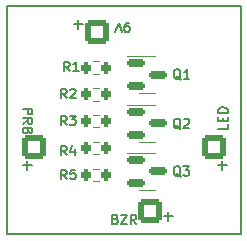
<source format=gto>
G04 #@! TF.GenerationSoftware,KiCad,Pcbnew,7.0.7-7.0.7~ubuntu22.04.1*
G04 #@! TF.CreationDate,2023-08-27T15:16:43-06:00*
G04 #@! TF.ProjectId,Dog Low Water Sensor SMD,446f6720-4c6f-4772-9057-617465722053,rev?*
G04 #@! TF.SameCoordinates,Original*
G04 #@! TF.FileFunction,Legend,Top*
G04 #@! TF.FilePolarity,Positive*
%FSLAX46Y46*%
G04 Gerber Fmt 4.6, Leading zero omitted, Abs format (unit mm)*
G04 Created by KiCad (PCBNEW 7.0.7-7.0.7~ubuntu22.04.1) date 2023-08-27 15:16:43*
%MOMM*%
%LPD*%
G01*
G04 APERTURE LIST*
G04 Aperture macros list*
%AMRoundRect*
0 Rectangle with rounded corners*
0 $1 Rounding radius*
0 $2 $3 $4 $5 $6 $7 $8 $9 X,Y pos of 4 corners*
0 Add a 4 corners polygon primitive as box body*
4,1,4,$2,$3,$4,$5,$6,$7,$8,$9,$2,$3,0*
0 Add four circle primitives for the rounded corners*
1,1,$1+$1,$2,$3*
1,1,$1+$1,$4,$5*
1,1,$1+$1,$6,$7*
1,1,$1+$1,$8,$9*
0 Add four rect primitives between the rounded corners*
20,1,$1+$1,$2,$3,$4,$5,0*
20,1,$1+$1,$4,$5,$6,$7,0*
20,1,$1+$1,$6,$7,$8,$9,0*
20,1,$1+$1,$8,$9,$2,$3,0*%
G04 Aperture macros list end*
%ADD10C,0.150000*%
%ADD11C,0.120000*%
%ADD12RoundRect,0.150000X-0.587500X-0.150000X0.587500X-0.150000X0.587500X0.150000X-0.587500X0.150000X0*%
%ADD13RoundRect,0.200000X-0.200000X-0.275000X0.200000X-0.275000X0.200000X0.275000X-0.200000X0.275000X0*%
%ADD14RoundRect,0.250000X0.750000X-0.750000X0.750000X0.750000X-0.750000X0.750000X-0.750000X-0.750000X0*%
%ADD15C,2.000000*%
%ADD16RoundRect,0.250000X0.750000X0.750000X-0.750000X0.750000X-0.750000X-0.750000X0.750000X-0.750000X0*%
%ADD17RoundRect,0.250000X-0.750000X-0.750000X0.750000X-0.750000X0.750000X0.750000X-0.750000X0.750000X0*%
%ADD18C,2.500000*%
G04 APERTURE END LIST*
D10*
X139446000Y-70358000D02*
X159258000Y-70358000D01*
X159258000Y-89662000D01*
X139446000Y-89662000D01*
X139446000Y-70358000D01*
X154174642Y-76566003D02*
X154098452Y-76527908D01*
X154098452Y-76527908D02*
X154022261Y-76451718D01*
X154022261Y-76451718D02*
X153907975Y-76337432D01*
X153907975Y-76337432D02*
X153831785Y-76299337D01*
X153831785Y-76299337D02*
X153755594Y-76299337D01*
X153793690Y-76489813D02*
X153717499Y-76451718D01*
X153717499Y-76451718D02*
X153641309Y-76375527D01*
X153641309Y-76375527D02*
X153603213Y-76223146D01*
X153603213Y-76223146D02*
X153603213Y-75956479D01*
X153603213Y-75956479D02*
X153641309Y-75804098D01*
X153641309Y-75804098D02*
X153717499Y-75727908D01*
X153717499Y-75727908D02*
X153793690Y-75689813D01*
X153793690Y-75689813D02*
X153946071Y-75689813D01*
X153946071Y-75689813D02*
X154022261Y-75727908D01*
X154022261Y-75727908D02*
X154098452Y-75804098D01*
X154098452Y-75804098D02*
X154136547Y-75956479D01*
X154136547Y-75956479D02*
X154136547Y-76223146D01*
X154136547Y-76223146D02*
X154098452Y-76375527D01*
X154098452Y-76375527D02*
X154022261Y-76451718D01*
X154022261Y-76451718D02*
X153946071Y-76489813D01*
X153946071Y-76489813D02*
X153793690Y-76489813D01*
X154898451Y-76489813D02*
X154441308Y-76489813D01*
X154669880Y-76489813D02*
X154669880Y-75689813D01*
X154669880Y-75689813D02*
X154593689Y-75804098D01*
X154593689Y-75804098D02*
X154517499Y-75880289D01*
X154517499Y-75880289D02*
X154441308Y-75918384D01*
X154159993Y-84781986D02*
X154083803Y-84743891D01*
X154083803Y-84743891D02*
X154007612Y-84667701D01*
X154007612Y-84667701D02*
X153893326Y-84553415D01*
X153893326Y-84553415D02*
X153817136Y-84515320D01*
X153817136Y-84515320D02*
X153740945Y-84515320D01*
X153779041Y-84705796D02*
X153702850Y-84667701D01*
X153702850Y-84667701D02*
X153626660Y-84591510D01*
X153626660Y-84591510D02*
X153588564Y-84439129D01*
X153588564Y-84439129D02*
X153588564Y-84172462D01*
X153588564Y-84172462D02*
X153626660Y-84020081D01*
X153626660Y-84020081D02*
X153702850Y-83943891D01*
X153702850Y-83943891D02*
X153779041Y-83905796D01*
X153779041Y-83905796D02*
X153931422Y-83905796D01*
X153931422Y-83905796D02*
X154007612Y-83943891D01*
X154007612Y-83943891D02*
X154083803Y-84020081D01*
X154083803Y-84020081D02*
X154121898Y-84172462D01*
X154121898Y-84172462D02*
X154121898Y-84439129D01*
X154121898Y-84439129D02*
X154083803Y-84591510D01*
X154083803Y-84591510D02*
X154007612Y-84667701D01*
X154007612Y-84667701D02*
X153931422Y-84705796D01*
X153931422Y-84705796D02*
X153779041Y-84705796D01*
X154388564Y-83905796D02*
X154883802Y-83905796D01*
X154883802Y-83905796D02*
X154617136Y-84210558D01*
X154617136Y-84210558D02*
X154731421Y-84210558D01*
X154731421Y-84210558D02*
X154807612Y-84248653D01*
X154807612Y-84248653D02*
X154845707Y-84286748D01*
X154845707Y-84286748D02*
X154883802Y-84362939D01*
X154883802Y-84362939D02*
X154883802Y-84553415D01*
X154883802Y-84553415D02*
X154845707Y-84629605D01*
X154845707Y-84629605D02*
X154807612Y-84667701D01*
X154807612Y-84667701D02*
X154731421Y-84705796D01*
X154731421Y-84705796D02*
X154502850Y-84705796D01*
X154502850Y-84705796D02*
X154426659Y-84667701D01*
X154426659Y-84667701D02*
X154388564Y-84629605D01*
X144764303Y-75840295D02*
X144497636Y-75459342D01*
X144307160Y-75840295D02*
X144307160Y-75040295D01*
X144307160Y-75040295D02*
X144611922Y-75040295D01*
X144611922Y-75040295D02*
X144688112Y-75078390D01*
X144688112Y-75078390D02*
X144726207Y-75116485D01*
X144726207Y-75116485D02*
X144764303Y-75192676D01*
X144764303Y-75192676D02*
X144764303Y-75306961D01*
X144764303Y-75306961D02*
X144726207Y-75383152D01*
X144726207Y-75383152D02*
X144688112Y-75421247D01*
X144688112Y-75421247D02*
X144611922Y-75459342D01*
X144611922Y-75459342D02*
X144307160Y-75459342D01*
X145526207Y-75840295D02*
X145069064Y-75840295D01*
X145297636Y-75840295D02*
X145297636Y-75040295D01*
X145297636Y-75040295D02*
X145221445Y-75154580D01*
X145221445Y-75154580D02*
X145145255Y-75230771D01*
X145145255Y-75230771D02*
X145069064Y-75268866D01*
X148637826Y-88375247D02*
X148752112Y-88413342D01*
X148752112Y-88413342D02*
X148790207Y-88451438D01*
X148790207Y-88451438D02*
X148828303Y-88527628D01*
X148828303Y-88527628D02*
X148828303Y-88641914D01*
X148828303Y-88641914D02*
X148790207Y-88718104D01*
X148790207Y-88718104D02*
X148752112Y-88756200D01*
X148752112Y-88756200D02*
X148675922Y-88794295D01*
X148675922Y-88794295D02*
X148371160Y-88794295D01*
X148371160Y-88794295D02*
X148371160Y-87994295D01*
X148371160Y-87994295D02*
X148637826Y-87994295D01*
X148637826Y-87994295D02*
X148714017Y-88032390D01*
X148714017Y-88032390D02*
X148752112Y-88070485D01*
X148752112Y-88070485D02*
X148790207Y-88146676D01*
X148790207Y-88146676D02*
X148790207Y-88222866D01*
X148790207Y-88222866D02*
X148752112Y-88299057D01*
X148752112Y-88299057D02*
X148714017Y-88337152D01*
X148714017Y-88337152D02*
X148637826Y-88375247D01*
X148637826Y-88375247D02*
X148371160Y-88375247D01*
X149094969Y-87994295D02*
X149628303Y-87994295D01*
X149628303Y-87994295D02*
X149094969Y-88794295D01*
X149094969Y-88794295D02*
X149628303Y-88794295D01*
X150390208Y-88794295D02*
X150123541Y-88413342D01*
X149933065Y-88794295D02*
X149933065Y-87994295D01*
X149933065Y-87994295D02*
X150237827Y-87994295D01*
X150237827Y-87994295D02*
X150314017Y-88032390D01*
X150314017Y-88032390D02*
X150352112Y-88070485D01*
X150352112Y-88070485D02*
X150390208Y-88146676D01*
X150390208Y-88146676D02*
X150390208Y-88260961D01*
X150390208Y-88260961D02*
X150352112Y-88337152D01*
X150352112Y-88337152D02*
X150314017Y-88375247D01*
X150314017Y-88375247D02*
X150237827Y-88413342D01*
X150237827Y-88413342D02*
X149933065Y-88413342D01*
X144510303Y-78126295D02*
X144243636Y-77745342D01*
X144053160Y-78126295D02*
X144053160Y-77326295D01*
X144053160Y-77326295D02*
X144357922Y-77326295D01*
X144357922Y-77326295D02*
X144434112Y-77364390D01*
X144434112Y-77364390D02*
X144472207Y-77402485D01*
X144472207Y-77402485D02*
X144510303Y-77478676D01*
X144510303Y-77478676D02*
X144510303Y-77592961D01*
X144510303Y-77592961D02*
X144472207Y-77669152D01*
X144472207Y-77669152D02*
X144434112Y-77707247D01*
X144434112Y-77707247D02*
X144357922Y-77745342D01*
X144357922Y-77745342D02*
X144053160Y-77745342D01*
X144815064Y-77402485D02*
X144853160Y-77364390D01*
X144853160Y-77364390D02*
X144929350Y-77326295D01*
X144929350Y-77326295D02*
X145119826Y-77326295D01*
X145119826Y-77326295D02*
X145196017Y-77364390D01*
X145196017Y-77364390D02*
X145234112Y-77402485D01*
X145234112Y-77402485D02*
X145272207Y-77478676D01*
X145272207Y-77478676D02*
X145272207Y-77554866D01*
X145272207Y-77554866D02*
X145234112Y-77669152D01*
X145234112Y-77669152D02*
X144776969Y-78126295D01*
X144776969Y-78126295D02*
X145272207Y-78126295D01*
X152736779Y-88134866D02*
X153498684Y-88134866D01*
X153117731Y-88515819D02*
X153117731Y-87753914D01*
X149786744Y-71733704D02*
X149634363Y-71733704D01*
X149634363Y-71733704D02*
X149558173Y-71771800D01*
X149558173Y-71771800D02*
X149520077Y-71809895D01*
X149520077Y-71809895D02*
X149443887Y-71924180D01*
X149443887Y-71924180D02*
X149405792Y-72076561D01*
X149405792Y-72076561D02*
X149405792Y-72381323D01*
X149405792Y-72381323D02*
X149443887Y-72457514D01*
X149443887Y-72457514D02*
X149481982Y-72495609D01*
X149481982Y-72495609D02*
X149558173Y-72533704D01*
X149558173Y-72533704D02*
X149710554Y-72533704D01*
X149710554Y-72533704D02*
X149786744Y-72495609D01*
X149786744Y-72495609D02*
X149824839Y-72457514D01*
X149824839Y-72457514D02*
X149862935Y-72381323D01*
X149862935Y-72381323D02*
X149862935Y-72190847D01*
X149862935Y-72190847D02*
X149824839Y-72114657D01*
X149824839Y-72114657D02*
X149786744Y-72076561D01*
X149786744Y-72076561D02*
X149710554Y-72038466D01*
X149710554Y-72038466D02*
X149558173Y-72038466D01*
X149558173Y-72038466D02*
X149481982Y-72076561D01*
X149481982Y-72076561D02*
X149443887Y-72114657D01*
X149443887Y-72114657D02*
X149405792Y-72190847D01*
X149177220Y-72533704D02*
X148910553Y-71733704D01*
X148910553Y-71733704D02*
X148643887Y-72533704D01*
X144510303Y-80412295D02*
X144243636Y-80031342D01*
X144053160Y-80412295D02*
X144053160Y-79612295D01*
X144053160Y-79612295D02*
X144357922Y-79612295D01*
X144357922Y-79612295D02*
X144434112Y-79650390D01*
X144434112Y-79650390D02*
X144472207Y-79688485D01*
X144472207Y-79688485D02*
X144510303Y-79764676D01*
X144510303Y-79764676D02*
X144510303Y-79878961D01*
X144510303Y-79878961D02*
X144472207Y-79955152D01*
X144472207Y-79955152D02*
X144434112Y-79993247D01*
X144434112Y-79993247D02*
X144357922Y-80031342D01*
X144357922Y-80031342D02*
X144053160Y-80031342D01*
X144776969Y-79612295D02*
X145272207Y-79612295D01*
X145272207Y-79612295D02*
X145005541Y-79917057D01*
X145005541Y-79917057D02*
X145119826Y-79917057D01*
X145119826Y-79917057D02*
X145196017Y-79955152D01*
X145196017Y-79955152D02*
X145234112Y-79993247D01*
X145234112Y-79993247D02*
X145272207Y-80069438D01*
X145272207Y-80069438D02*
X145272207Y-80259914D01*
X145272207Y-80259914D02*
X145234112Y-80336104D01*
X145234112Y-80336104D02*
X145196017Y-80374200D01*
X145196017Y-80374200D02*
X145119826Y-80412295D01*
X145119826Y-80412295D02*
X144891255Y-80412295D01*
X144891255Y-80412295D02*
X144815064Y-80374200D01*
X144815064Y-80374200D02*
X144776969Y-80336104D01*
X144510303Y-84984295D02*
X144243636Y-84603342D01*
X144053160Y-84984295D02*
X144053160Y-84184295D01*
X144053160Y-84184295D02*
X144357922Y-84184295D01*
X144357922Y-84184295D02*
X144434112Y-84222390D01*
X144434112Y-84222390D02*
X144472207Y-84260485D01*
X144472207Y-84260485D02*
X144510303Y-84336676D01*
X144510303Y-84336676D02*
X144510303Y-84450961D01*
X144510303Y-84450961D02*
X144472207Y-84527152D01*
X144472207Y-84527152D02*
X144434112Y-84565247D01*
X144434112Y-84565247D02*
X144357922Y-84603342D01*
X144357922Y-84603342D02*
X144053160Y-84603342D01*
X145234112Y-84184295D02*
X144853160Y-84184295D01*
X144853160Y-84184295D02*
X144815064Y-84565247D01*
X144815064Y-84565247D02*
X144853160Y-84527152D01*
X144853160Y-84527152D02*
X144929350Y-84489057D01*
X144929350Y-84489057D02*
X145119826Y-84489057D01*
X145119826Y-84489057D02*
X145196017Y-84527152D01*
X145196017Y-84527152D02*
X145234112Y-84565247D01*
X145234112Y-84565247D02*
X145272207Y-84641438D01*
X145272207Y-84641438D02*
X145272207Y-84831914D01*
X145272207Y-84831914D02*
X145234112Y-84908104D01*
X145234112Y-84908104D02*
X145196017Y-84946200D01*
X145196017Y-84946200D02*
X145119826Y-84984295D01*
X145119826Y-84984295D02*
X144929350Y-84984295D01*
X144929350Y-84984295D02*
X144853160Y-84946200D01*
X144853160Y-84946200D02*
X144815064Y-84908104D01*
X145116779Y-71878866D02*
X145878684Y-71878866D01*
X145497731Y-72259819D02*
X145497731Y-71497914D01*
X144510303Y-82952295D02*
X144243636Y-82571342D01*
X144053160Y-82952295D02*
X144053160Y-82152295D01*
X144053160Y-82152295D02*
X144357922Y-82152295D01*
X144357922Y-82152295D02*
X144434112Y-82190390D01*
X144434112Y-82190390D02*
X144472207Y-82228485D01*
X144472207Y-82228485D02*
X144510303Y-82304676D01*
X144510303Y-82304676D02*
X144510303Y-82418961D01*
X144510303Y-82418961D02*
X144472207Y-82495152D01*
X144472207Y-82495152D02*
X144434112Y-82533247D01*
X144434112Y-82533247D02*
X144357922Y-82571342D01*
X144357922Y-82571342D02*
X144053160Y-82571342D01*
X145196017Y-82418961D02*
X145196017Y-82952295D01*
X145005541Y-82114200D02*
X144815064Y-82685628D01*
X144815064Y-82685628D02*
X145310303Y-82685628D01*
X140821704Y-79029160D02*
X141621704Y-79029160D01*
X141621704Y-79029160D02*
X141621704Y-79333922D01*
X141621704Y-79333922D02*
X141583609Y-79410112D01*
X141583609Y-79410112D02*
X141545514Y-79448207D01*
X141545514Y-79448207D02*
X141469323Y-79486303D01*
X141469323Y-79486303D02*
X141355038Y-79486303D01*
X141355038Y-79486303D02*
X141278847Y-79448207D01*
X141278847Y-79448207D02*
X141240752Y-79410112D01*
X141240752Y-79410112D02*
X141202657Y-79333922D01*
X141202657Y-79333922D02*
X141202657Y-79029160D01*
X140821704Y-80286303D02*
X141202657Y-80019636D01*
X140821704Y-79829160D02*
X141621704Y-79829160D01*
X141621704Y-79829160D02*
X141621704Y-80133922D01*
X141621704Y-80133922D02*
X141583609Y-80210112D01*
X141583609Y-80210112D02*
X141545514Y-80248207D01*
X141545514Y-80248207D02*
X141469323Y-80286303D01*
X141469323Y-80286303D02*
X141355038Y-80286303D01*
X141355038Y-80286303D02*
X141278847Y-80248207D01*
X141278847Y-80248207D02*
X141240752Y-80210112D01*
X141240752Y-80210112D02*
X141202657Y-80133922D01*
X141202657Y-80133922D02*
X141202657Y-79829160D01*
X141240752Y-80895826D02*
X141202657Y-81010112D01*
X141202657Y-81010112D02*
X141164561Y-81048207D01*
X141164561Y-81048207D02*
X141088371Y-81086303D01*
X141088371Y-81086303D02*
X140974085Y-81086303D01*
X140974085Y-81086303D02*
X140897895Y-81048207D01*
X140897895Y-81048207D02*
X140859800Y-81010112D01*
X140859800Y-81010112D02*
X140821704Y-80933922D01*
X140821704Y-80933922D02*
X140821704Y-80629160D01*
X140821704Y-80629160D02*
X141621704Y-80629160D01*
X141621704Y-80629160D02*
X141621704Y-80895826D01*
X141621704Y-80895826D02*
X141583609Y-80972017D01*
X141583609Y-80972017D02*
X141545514Y-81010112D01*
X141545514Y-81010112D02*
X141469323Y-81048207D01*
X141469323Y-81048207D02*
X141393133Y-81048207D01*
X141393133Y-81048207D02*
X141316942Y-81010112D01*
X141316942Y-81010112D02*
X141278847Y-80972017D01*
X141278847Y-80972017D02*
X141240752Y-80895826D01*
X141240752Y-80895826D02*
X141240752Y-80629160D01*
X158136295Y-80355887D02*
X158136295Y-80736839D01*
X158136295Y-80736839D02*
X157336295Y-80736839D01*
X157717247Y-80089220D02*
X157717247Y-79822554D01*
X158136295Y-79708268D02*
X158136295Y-80089220D01*
X158136295Y-80089220D02*
X157336295Y-80089220D01*
X157336295Y-80089220D02*
X157336295Y-79708268D01*
X158136295Y-79365410D02*
X157336295Y-79365410D01*
X157336295Y-79365410D02*
X157336295Y-79174934D01*
X157336295Y-79174934D02*
X157374390Y-79060648D01*
X157374390Y-79060648D02*
X157450580Y-78984458D01*
X157450580Y-78984458D02*
X157526771Y-78946363D01*
X157526771Y-78946363D02*
X157679152Y-78908267D01*
X157679152Y-78908267D02*
X157793438Y-78908267D01*
X157793438Y-78908267D02*
X157945819Y-78946363D01*
X157945819Y-78946363D02*
X158022009Y-78984458D01*
X158022009Y-78984458D02*
X158098200Y-79060648D01*
X158098200Y-79060648D02*
X158136295Y-79174934D01*
X158136295Y-79174934D02*
X158136295Y-79365410D01*
X157308779Y-83816866D02*
X158070684Y-83816866D01*
X157689731Y-84197819D02*
X157689731Y-83435914D01*
X154145344Y-80728968D02*
X154069154Y-80690873D01*
X154069154Y-80690873D02*
X153992963Y-80614683D01*
X153992963Y-80614683D02*
X153878677Y-80500397D01*
X153878677Y-80500397D02*
X153802487Y-80462302D01*
X153802487Y-80462302D02*
X153726296Y-80462302D01*
X153764392Y-80652778D02*
X153688201Y-80614683D01*
X153688201Y-80614683D02*
X153612011Y-80538492D01*
X153612011Y-80538492D02*
X153573915Y-80386111D01*
X153573915Y-80386111D02*
X153573915Y-80119444D01*
X153573915Y-80119444D02*
X153612011Y-79967063D01*
X153612011Y-79967063D02*
X153688201Y-79890873D01*
X153688201Y-79890873D02*
X153764392Y-79852778D01*
X153764392Y-79852778D02*
X153916773Y-79852778D01*
X153916773Y-79852778D02*
X153992963Y-79890873D01*
X153992963Y-79890873D02*
X154069154Y-79967063D01*
X154069154Y-79967063D02*
X154107249Y-80119444D01*
X154107249Y-80119444D02*
X154107249Y-80386111D01*
X154107249Y-80386111D02*
X154069154Y-80538492D01*
X154069154Y-80538492D02*
X153992963Y-80614683D01*
X153992963Y-80614683D02*
X153916773Y-80652778D01*
X153916773Y-80652778D02*
X153764392Y-80652778D01*
X154412010Y-79928968D02*
X154450106Y-79890873D01*
X154450106Y-79890873D02*
X154526296Y-79852778D01*
X154526296Y-79852778D02*
X154716772Y-79852778D01*
X154716772Y-79852778D02*
X154792963Y-79890873D01*
X154792963Y-79890873D02*
X154831058Y-79928968D01*
X154831058Y-79928968D02*
X154869153Y-80005159D01*
X154869153Y-80005159D02*
X154869153Y-80081349D01*
X154869153Y-80081349D02*
X154831058Y-80195635D01*
X154831058Y-80195635D02*
X154373915Y-80652778D01*
X154373915Y-80652778D02*
X154869153Y-80652778D01*
X140798779Y-83816866D02*
X141560684Y-83816866D01*
X141179731Y-84197819D02*
X141179731Y-83435914D01*
D11*
X151305500Y-78704000D02*
X149630500Y-78704000D01*
X151305500Y-78704000D02*
X151955500Y-78704000D01*
X151305500Y-81824000D02*
X150655500Y-81824000D01*
X151305500Y-81824000D02*
X151955500Y-81824000D01*
X151305500Y-74574000D02*
X149630500Y-74574000D01*
X151305500Y-74574000D02*
X151955500Y-74574000D01*
X151305500Y-77694000D02*
X150655500Y-77694000D01*
X151305500Y-77694000D02*
X151955500Y-77694000D01*
X146765742Y-75018200D02*
X147240258Y-75018200D01*
X146765742Y-76063200D02*
X147240258Y-76063200D01*
X146765742Y-81843900D02*
X147240258Y-81843900D01*
X146765742Y-82888900D02*
X147240258Y-82888900D01*
X146765742Y-77293500D02*
X147240258Y-77293500D01*
X146765742Y-78338500D02*
X147240258Y-78338500D01*
X146765742Y-79568700D02*
X147240258Y-79568700D01*
X146765742Y-80613700D02*
X147240258Y-80613700D01*
X146765742Y-84119100D02*
X147240258Y-84119100D01*
X146765742Y-85164100D02*
X147240258Y-85164100D01*
X151305500Y-82768000D02*
X149630500Y-82768000D01*
X151305500Y-82768000D02*
X151955500Y-82768000D01*
X151305500Y-85888000D02*
X150655500Y-85888000D01*
X151305500Y-85888000D02*
X151955500Y-85888000D01*
%LPC*%
D12*
X150368000Y-79314000D03*
X150368000Y-81214000D03*
X152243000Y-80264000D03*
X150368000Y-75184000D03*
X150368000Y-77084000D03*
X152243000Y-76134000D03*
D13*
X146178000Y-75540700D03*
X147828000Y-75540700D03*
X146178000Y-82366400D03*
X147828000Y-82366400D03*
X146178000Y-77816000D03*
X147828000Y-77816000D03*
X146178000Y-80091200D03*
X147828000Y-80091200D03*
D14*
X141752300Y-82260000D03*
D15*
X141752300Y-77760000D03*
D13*
X146178000Y-84641600D03*
X147828000Y-84641600D03*
D14*
X156972000Y-82260000D03*
D15*
X156972000Y-77760000D03*
D16*
X151588700Y-87686900D03*
D15*
X147088700Y-87686900D03*
D17*
X147102000Y-72495500D03*
D15*
X151602000Y-72495500D03*
D18*
X156925000Y-87376000D03*
X141752300Y-87319100D03*
X141772600Y-72792500D03*
X156972000Y-72644000D03*
D12*
X150368000Y-83378000D03*
X150368000Y-85278000D03*
X152243000Y-84328000D03*
%LPD*%
M02*

</source>
